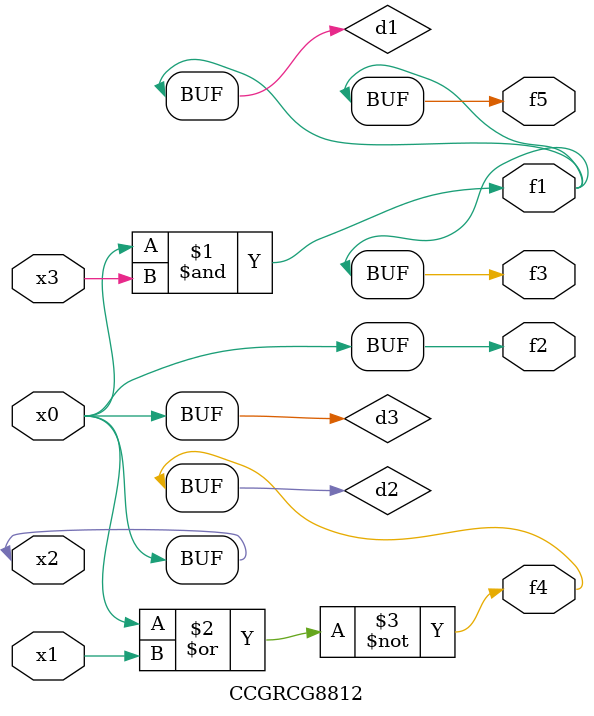
<source format=v>
module CCGRCG8812(
	input x0, x1, x2, x3,
	output f1, f2, f3, f4, f5
);

	wire d1, d2, d3;

	and (d1, x2, x3);
	nor (d2, x0, x1);
	buf (d3, x0, x2);
	assign f1 = d1;
	assign f2 = d3;
	assign f3 = d1;
	assign f4 = d2;
	assign f5 = d1;
endmodule

</source>
